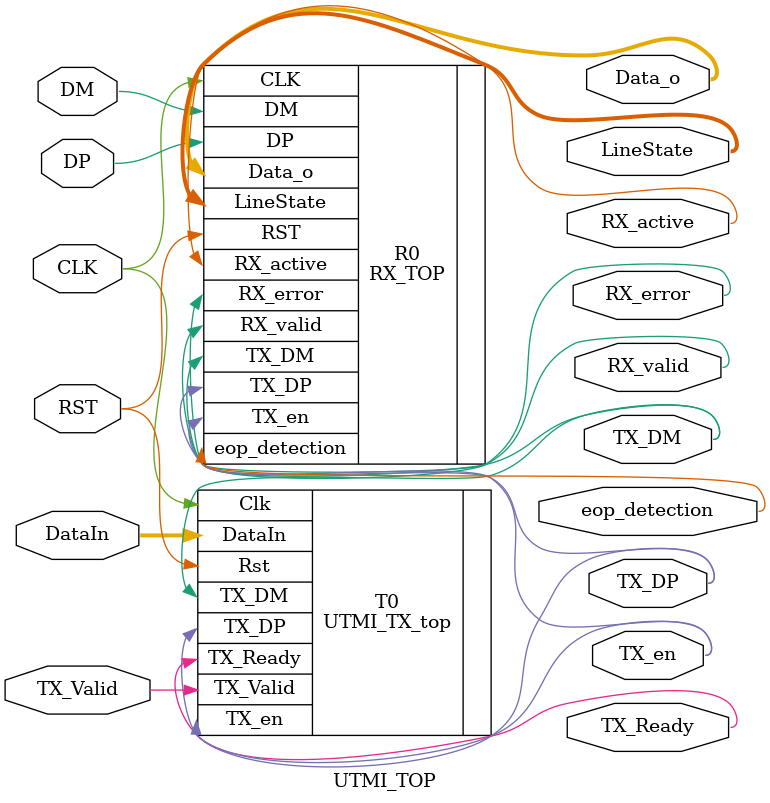
<source format=v>
module UTMI_TOP (
//RX inputs
input		CLK,RST,
input		DP, DM,
//TX inputs
input         	TX_Valid,
input [7:0]   	DataIn,

//RX outputs
output [7:0]	Data_o,
output		RX_valid, RX_active, RX_error,eop_detection,
output [1:0]	LineState,
//TX outputs
output        	TX_Ready,
output        	TX_DP,
output        	TX_DM,
output       	TX_en

);

UTMI_TX_top T0  (.Clk(CLK),
 		 .Rst(RST),
 		 .TX_Valid(TX_Valid),
 		 .DataIn(DataIn),
 		 .TX_Ready(TX_Ready),
		 .TX_DP(TX_DP),
		 .TX_DM(TX_DM),
 		 .TX_en(TX_en));

RX_TOP R0 (.CLK(CLK),
 	   .RST(RST),
 	   .TX_en(TX_en),
 	   .TX_DP(TX_DP),
	   .TX_DM(TX_DM),
 	   .DP(DP),
	   .DM(DM),
	   .Data_o(Data_o),
	   .RX_valid(RX_valid),
	   .RX_active(RX_active),
 	   .RX_error(RX_error),
 	   .eop_detection(eop_detection),
	   .LineState(LineState));

endmodule 

</source>
